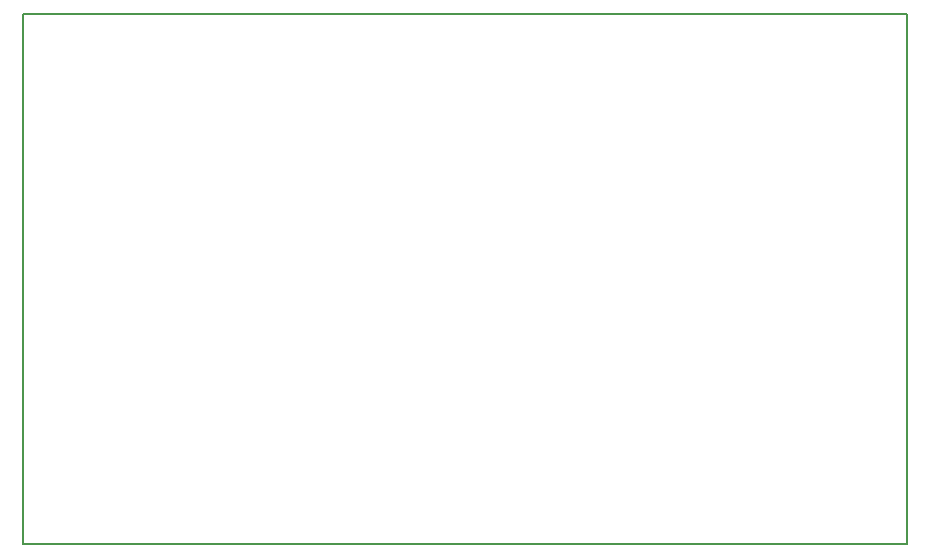
<source format=gm1>
G04 MADE WITH FRITZING*
G04 WWW.FRITZING.ORG*
G04 DOUBLE SIDED*
G04 HOLES PLATED*
G04 CONTOUR ON CENTER OF CONTOUR VECTOR*
%ASAXBY*%
%FSLAX23Y23*%
%MOIN*%
%OFA0B0*%
%SFA1.0B1.0*%
%ADD10R,2.952760X1.771650*%
%ADD11C,0.008000*%
%ADD10C,0.008*%
%LNCONTOUR*%
G90*
G70*
G54D10*
G54D11*
X4Y1768D02*
X2949Y1768D01*
X2949Y4D01*
X4Y4D01*
X4Y1768D01*
D02*
G04 End of contour*
M02*
</source>
